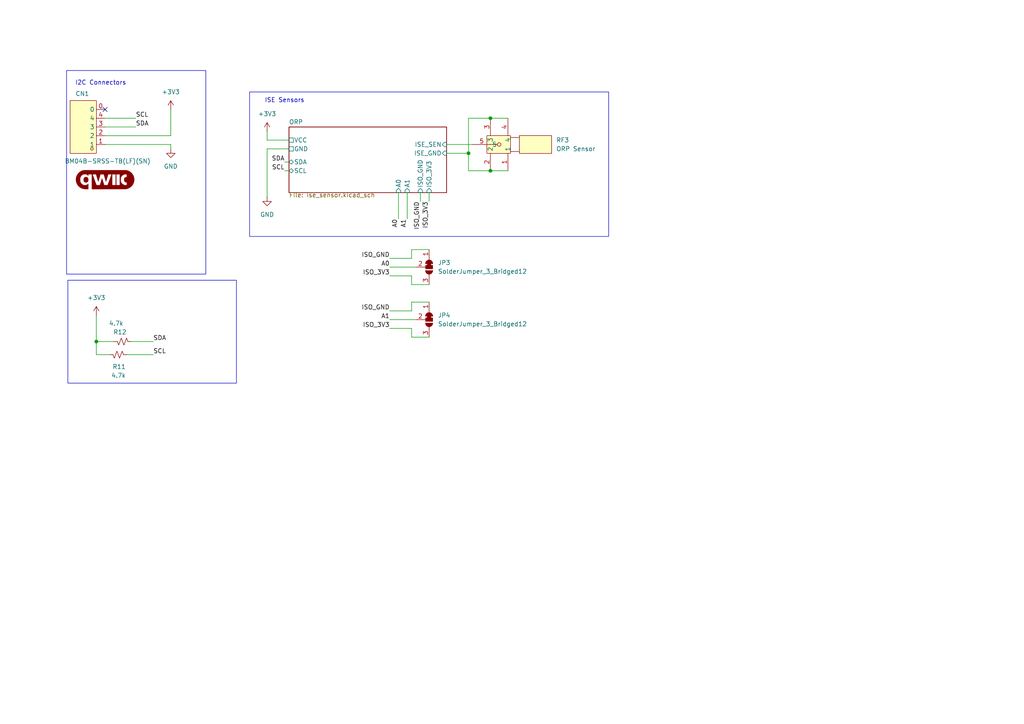
<source format=kicad_sch>
(kicad_sch (version 20250114) (generator "eeschema") (generator_version "9.0")
  (paper "A4")
  (lib_symbols
    (symbol "Device:R_Small_US" (pin_numbers (hide yes)) (pin_names (offset 0.254) (hide yes))
      (property "Reference" "R" (at 0.762 0.508 0))
      (property "Value" "R_Small_US" (at 0.762 -1.016 0))
      (symbol "R_Small_US_1_1"
        (polyline (pts (xy 0 1.524) (xy 1.016 1.143) (xy 0 0.762) (xy -1.016 0.381) (xy 0 0)))
        (polyline (pts (xy 0 0) (xy 1.016 -0.381) (xy 0 -0.762) (xy -1.016 -1.143) (xy 0 -1.524)))
        (pin passive line (at 0 2.54 270) (length 1.016) (name "~") (number "1"))
        (pin passive line (at 0 -2.54 90) (length 1.016) (name "~") (number "2"))
      )
    )
    (symbol "EasyEDA:BM04B-SRSS-TB(LF)(SN)"
      (property "Reference" "CN" (at 0 10.16 0))
      (property "Value" "BM04B-SRSS-TB(LF)(SN)" (at 0 -10.16 0))
      (symbol "BM04B-SRSS-TB(LF)(SN)_0_1"
        (rectangle (start -2.54 7.62) (end 5.08 -7.62) (fill (type background)))
        (circle (center -1.27 6.35) (radius 0.38))
        (pin unspecified line (at -5.08 5.08 0) (length 2.54) (name "1") (number "1"))
        (pin unspecified line (at -5.08 2.54 0) (length 2.54) (name "2") (number "2"))
        (pin unspecified line (at -5.08 0 0) (length 2.54) (name "3") (number "3"))
        (pin unspecified line (at -5.08 -2.54 0) (length 2.54) (name "4") (number "4"))
        (pin unspecified line (at -5.08 -5.08 0) (length 2.54) (name "0") (number "0"))
      )
    )
    (symbol "EasyEDA:DOSIN-801-0050"
      (property "Reference" "RF" (at 0 12.7 0))
      (property "Value" "DOSIN-801-0050" (at 0 -12.7 0))
      (symbol "DOSIN-801-0050_0_1"
        (rectangle (start -12.7 2.54) (end -3.3 -2.54) (fill (type background)))
        (polyline (pts (xy -3.3 2.03) (xy -0.76 2.03)))
        (polyline (pts (xy -3.3 -2.03) (xy -0.76 -2.03)))
        (rectangle (start -0.76 2.54) (end 6.1 -2.54) (fill (type background)))
        (circle (center 2.54 0) (radius 0.51))
        (polyline (pts (xy 3.05 0) (xy 5.08 0)))
        (pin unspecified line (at 0 7.62 270) (length 5.08) (name "1") (number "1"))
        (pin unspecified line (at 0 -7.62 90) (length 5.08) (name "4") (number "4"))
        (pin unspecified line (at 5.08 7.62 270) (length 5.08) (name "2") (number "2"))
        (pin unspecified line (at 5.08 -7.62 90) (length 5.08) (name "3") (number "3"))
        (pin unspecified line (at 10.16 0 180) (length 5.08) (name "5") (number "5"))
      )
    )
    (symbol "Jumper:SolderJumper_3_Bridged12" (pin_names (offset 0) (hide yes)) (exclude_from_sim yes) (in_bom no)
      (property "Reference" "JP" (at -2.54 -2.54 0))
      (property "Value" "SolderJumper_3_Bridged12" (at 0 2.794 0))
      (symbol "SolderJumper_3_Bridged12_0_1"
        (polyline (pts (xy -2.54 0) (xy -2.032 0)))
        (polyline (pts (xy -1.016 1.016) (xy -1.016 -1.016)))
        (rectangle (start -1.016 0.508) (end -0.508 -0.508) (fill (type outline)))
        (arc (start -1.016 -1.016) (mid -2.0276 0) (end -1.016 1.016))
        (arc (start -1.016 -1.016) (mid -2.0276 0) (end -1.016 1.016) (fill (type outline)))
        (rectangle (start -0.508 1.016) (end 0.508 -1.016) (fill (type outline)))
        (polyline (pts (xy 0 -1.27) (xy 0 -1.016)))
        (arc (start 1.016 1.016) (mid 2.0276 0) (end 1.016 -1.016))
        (arc (start 1.016 1.016) (mid 2.0276 0) (end 1.016 -1.016) (fill (type outline)))
        (polyline (pts (xy 1.016 1.016) (xy 1.016 -1.016)))
        (polyline (pts (xy 2.54 0) (xy 2.032 0)))
      )
      (symbol "SolderJumper_3_Bridged12_1_1"
        (pin passive line (at -5.08 0 0) (length 2.54) (name "A") (number "1"))
        (pin passive line (at 0 -3.81 90) (length 2.54) (name "C") (number "2"))
        (pin passive line (at 5.08 0 180) (length 2.54) (name "B") (number "3"))
      )
    )
    (symbol "SparkFun-Qwiic:qwiic_Logo" (pin_names (offset 1.016)) (on_board no)
      (symbol "qwiic_Logo_0_0"
        (polyline (pts (xy -5.4327 -0.8446) (xy -5.2808 -0.8039) (xy -5.1544 -0.733) (xy -5.0492 -0.629) (xy -4.9612 -0.4891) (xy -4.9388 -0.4442) (xy -4.9077 -0.3735) (xy -4.8888 -0.3096) (xy -4.878 -0.2364) (xy -4.8713 -0.1381) (xy -4.8691 -0.0268) (xy -4.8861 0.154) (xy -4.9313 0.3092) (xy -5.006 0.4432) (xy -5.1118 0.5598) (xy -5.1427 0.5863) (xy -5.261 0.6623) (xy -5.3915 0.7052) (xy -5.544 0.7187) (xy -5.5765 0.7181) (xy -5.7259 0.6986) (xy -5.8545 0.6485) (xy -5.9707 0.5648) (xy -6.0239 0.5125) (xy -6.1186 0.3839) (xy -6.1815 0.2359) (xy -6.2139 0.0648) (xy -6.2171 -0.1327) (xy -6.208 -0.2303) (xy -6.1669 -0.4073) (xy -6.0959 -0.5571) (xy -5.9957 -0.6791) (xy -5.8667 -0.7722) (xy -5.7097 -0.8355) (xy -5.6837 -0.8418) (xy -5.5963 -0.8532) (xy -5.5114 -0.8538) (xy -5.4327 -0.8446)) (stroke (width 0.01)) (fill (type outline)))
        (polyline (pts (xy 1.114 -2.7667) (xy 6.0472 -2.7606) (xy 6.2463 -2.7148) (xy 6.337 -2.6928) (xy 6.6505 -2.5964) (xy 6.9363 -2.4737) (xy 7.1992 -2.3218) (xy 7.4443 -2.1381) (xy 7.6763 -1.9197) (xy 7.765 -1.8236) (xy 7.9726 -1.5605) (xy 8.1416 -1.2836) (xy 8.2724 -0.992) (xy 8.3654 -0.6847) (xy 8.4209 -0.3609) (xy 8.4393 -0.0196) (xy 8.4383 0.0655) (xy 8.4145 0.3752) (xy 8.3579 0.6676) (xy 8.2664 0.9511) (xy 8.138 1.234) (xy 8.0972 1.3103) (xy 7.9176 1.5925) (xy 7.7084 1.847) (xy 7.4711 2.0726) (xy 7.2073 2.2681) (xy 6.9187 2.4323) (xy 6.6067 2.5639) (xy 6.273 2.6617) (xy 6.2589 2.6648) (xy 6.2405 2.6684) (xy 6.2191 2.6716) (xy 6.1933 2.6747) (xy 6.1617 2.6775) (xy 6.1229 2.6801) (xy 6.0753 2.6825) (xy 6.0178 2.6847) (xy 5.9488 2.6867) (xy 5.8669 2.6886) (xy 5.7707 2.6902) (xy 5.6588 2.6917) (xy 5.5298 2.693) (xy 5.3823 2.6942) (xy 5.2149 2.6953) (xy 5.0261 2.6962) (xy 4.8146 2.697) (xy 4.579 2.6977) (xy 4.3178 2.6982) (xy 4.0296 2.6987) (xy 3.7131 2.6991) (xy 3.3667 2.6994) (xy 2.9892 2.6997) (xy 2.579 2.6999) (xy 2.1348 2.7) (xy 1.6552 2.7001) (xy 1.1388 2.7001) (xy 0.5841 2.7001) (xy -0.0102 2.7001) (xy -6.1292 2.7001) (xy -6.3505 2.644) (xy -6.4841 2.607) (xy -6.7964 2.4938) (xy -7.0847 2.3484) (xy -7.3523 2.1691) (xy -7.6022 1.9541) (xy -7.8228 1.7179) (xy -8.0199 1.4516) (xy -8.1801 1.1677) (xy -8.3036 0.8654) (xy -8.3907 0.5442) (xy -8.4419 0.2033) (xy -8.4512 -0.0999) (xy -8.4229 -0.4124) (xy -8.358 -0.7268) (xy -8.2573 -1.037) (xy -8.2016 -1.1697) (xy -8.0521 -1.4517) (xy -7.87 -1.7127) (xy -7.6584 -1.9504) (xy -7.4205 -2.1625) (xy -7.1593 -2.3467) (xy -6.878 -2.5006) (xy -6.5797 -2.6219) (xy -6.2674 -2.7084) (xy -5.9444 -2.7576) (xy -5.922 -2.759) (xy -5.8567 -2.7613) (xy -5.7613 -2.7635) (xy -5.6429 -2.7656) (xy -5.5083 -2.7673) (xy -5.3644 -2.7686) (xy -4.8664 -2.772) (xy -4.8664 -2.0042) (xy -4.8664 -1.2363) (xy -4.988 -1.3553) (xy -5.0139 -1.3798) (xy -5.1784 -1.503) (xy -5.3644 -1.5917) (xy -5.5706 -1.6453) (xy -5.7956 -1.6632) (xy -6.0087 -1.6503) (xy -6.2442 -1.6015) (xy -6.468 -1.5153) (xy -6.6423 -1.4122) (xy -6.8101 -1.2696) (xy -6.9545 -1.0983) (xy -7.0706 -0.9035) (xy -7.1159 -0.8066) (xy -7.1662 -0.6802) (xy -7.2032 -0.5549) (xy -7.2309 -0.4168) (xy -7.2531 -0.2517) (xy -7.2645 -0.0773) (xy -7.2559 0.1553) (xy -7.2228 0.3848) (xy -7.1667 0.6002) (xy -7.0895 0.7905) (xy -6.9738 0.984) (xy -6.8224 1.164) (xy -6.645 1.3131) (xy -6.4435 1.4296) (xy -6.2198 1.512) (xy -6.2168 1.5128) (xy -6.0991 1.5354) (xy -5.9587 1.5479) (xy -5.8081 1.5506) (xy -5.6599 1.5435) (xy -5.5266 1.5269) (xy -5.4208 1.5009) (xy -5.3121 1.4578) (xy -5.1345 1.3582) (xy -4.9742 1.2256) (xy -4.8664 1.1205) (xy -4.8664 1.32) (xy -4.8664 1.5195) (xy -4.3428 1.5195) (xy -3.8192 1.5195) (xy -3.8192 1.5092) (xy -3.651 1.5092) (xy -3.1359 1.5147) (xy -3.0732 1.5153) (xy -2.9054 1.5158) (xy -2.7765 1.5144) (xy -2.6848 1.5109) (xy -2.6289 1.5054) (xy -2.607 1.4977) (xy -2.6049 1.4928) (xy -2.5923 1.4545) (xy -2.5697 1.3821) (xy -2.5383 1.2793) (xy -2.4992 1.1497) (xy -2.4535 0.9973) (xy -2.4024 0.8257) (xy -2.3469 0.6386) (xy -2.2883 0.4399) (xy -2.2626 0.353) (xy -2.2055 0.1609) (xy -2.152 -0.0169) (xy -2.1032 -0.1766) (xy -2.0604 -0.3147) (xy -2.0246 -0.4277) (xy -1.9968 -0.512) (xy -1.9783 -0.564) (xy -1.9702 -0.5801) (xy -1.9654 -0.5681) (xy -1.9499 -0.5201) (xy -1.9252 -0.4397) (xy -1.8924 -0.3308) (xy -1.8529 -0.1975) (xy -1.8079 -0.0439) (xy -1.7584 0.1259) (xy -1.7059 0.308) (xy -1.6754 0.4138) (xy -1.6217 0.6001) (xy -1.5705 0.7774) (xy -1.5233 0.9405) (xy -1.4815 1.0844) (xy -1.4467 1.2041) (xy -1.4202 1.2945) (xy -1.4037 1.3504) (xy -1.3525 1.5202) (xy -0.8571 1.5147) (xy -0.3617 1.5092) (xy -0.2632 1.1704) (xy -0.2457 1.1103) (xy -0.1592 0.8126) (xy -0.0832 0.5516) (xy -0.017 0.325) (xy 0.04 0.1304) (xy 0.0886 -0.0344) (xy 0.1296 -0.1717) (xy 0.1636 -0.2838) (xy 0.1915 -0.3731) (xy 0.2138 -0.4419) (xy 0.2315 -0.4925) (xy 0.2451 -0.5272) (xy 0.2555 -0.5482) (xy 0.2633 -0.558) (xy 0.2693 -0.5588) (xy 0.2742 -0.5529) (xy 0.2787 -0.5426) (xy 0.2801 -0.5389) (xy 0.2928 -0.4995) (xy 0.3157 -0.4255) (xy 0.3473 -0.3211) (xy 0.3867 -0.1902) (xy 0.4325 -0.0368) (xy 0.4835 0.1352) (xy 0.5386 0.3216) (xy 0.5966 0.5185) (xy 0.8908 1.5195) (xy 1.3899 1.5195) (xy 1.4919 1.5192) (xy 1.6201 1.518) (xy 1.7294 1.5159) (xy 1.8144 1.5132) (xy 1.8695 1.5099) (xy 1.8891 1.5062) (xy 1.8878 1.5017) (xy 1.8751 1.465) (xy 1.8498 1.3939) (xy 1.8129 1.2913) (xy 1.7656 1.1601) (xy 1.7087 1.0033) (xy 1.6435 0.8236) (xy 1.5709 0.6241) (xy 1.4919 0.4076) (xy 1.4078 0.1771) (xy 1.3194 -0.0646) (xy 0.7498 -1.6222) (xy 2.0329 -1.6222) (xy 2.0329 -0.0513) (xy 2.0329 1.5195) (xy 2.5462 1.5195) (xy 3.0595 1.5195) (xy 3.0595 -0.0513) (xy 3.0595 -1.6222) (xy 3.2649 -1.6222) (xy 3.2649 -0.0513) (xy 3.2649 1.5195) (xy 3.7782 1.5195) (xy 4.2916 1.5195) (xy 4.2916 -0.0513) (xy 4.2916 -0.0616) (xy 4.5072 -0.0616) (xy 4.51 0.109) (xy 4.5206 0.2597) (xy 4.5412 0.3904) (xy 4.5742 0.5118) (xy 4.6219 0.6344) (xy 4.6865 0.7688) (xy 4.7189 0.8272) (xy 4.8331 0.9884) (xy 4.9744 1.1395) (xy 5.1327 1.2705) (xy 5.2977 1.3713) (xy 5.3343 1.3892) (xy 5.5052 1.4608) (xy 5.6736 1.5089) (xy 5.8531 1.5366) (xy 6.0574 1.547) (xy 6.3141 1.5503) (xy 6.3197 1.1242) (xy 6.3252 0.6981) (xy 6.1657 0.6977) (xy 6.0758 0.6938) (xy 5.9577 0.6711) (xy 5.8554 0.6239) (xy 5.7556 0.5473) (xy 5.6613 0.4359) (xy 5.592 0.2991) (xy 5.5481 0.1445) (xy 5.53 -0.0204) (xy 5.5379 -0.188) (xy 5.572 -0.3512) (xy 5.6325 -0.5023) (xy 5.7197 -0.634) (xy 5.7811 -0.6969) (xy 5.8788 -0.7612) (xy 5.9969 -0.8003) (xy 6.1437 -0.8177) (xy 6.3252 -0.8264) (xy 6.3197 -1.2397) (xy 6.3141 -1.653) (xy 6.119 -1.6559) (xy 6.0236 -1.6559) (xy 5.821 -1.6423) (xy 5.6365 -1.6074) (xy 5.4566 -1.5482) (xy 5.2677 -1.4615) (xy 5.1266 -1.3784) (xy 4.9456 -1.2329) (xy 4.7938 -1.0591) (xy 4.6732 -0.8591) (xy 4.6423 -0.7948) (xy 4.5921 -0.6805) (xy 4.5558 -0.5768) (xy 4.5314 -0.4734) (xy 4.5165 -0.3599) (xy 4.5092 -0.2261) (xy 4.5072 -0.0616) (xy 4.2916 -0.0616) (xy 4.2916 -1.6222) (xy 3.7782 -1.6222) (xy 3.2649 -1.6222) (xy 3.0595 -1.6222) (xy 2.5462 -1.6222) (xy 2.0329 -1.6222) (xy 0.7498 -1.6222) (xy 0.2363 -1.6221) (xy -0.2772 -1.6221) (xy -0.5736 -0.6568) (xy -0.583 -0.626) (xy -0.6413 -0.4378) (xy -0.696 -0.2633) (xy -0.746 -0.106) (xy -0.7901 0.0304) (xy -0.8272 0.1421) (xy -0.8559 0.2255) (xy -0.8751 0.277) (xy -0.8836 0.2929) (xy -0.8838 0.2926) (xy -0.8932 0.2679) (xy -0.9134 0.208) (xy -0.9431 0.1169) (xy -0.9811 -0.0016) (xy -1.0262 -0.1436) (xy -1.0771 -0.3054) (xy -1.1326 -0.483) (xy -1.1916 -0.6725) (xy -1.4859 -1.6222) (xy -2.0006 -1.6218) (xy -2.5153 -1.6215) (xy -3.0831 -0.0561) (xy -3.651 1.5092) (xy -3.8192 1.5092) (xy -3.8192 -0.6267) (xy -3.8192 -2.7729) (xy 1.114 -2.7667)) (stroke (width 0.01)) (fill (type outline)))
      )
    )
    (symbol "power:+3.3V" (power) (pin_numbers (hide yes)) (pin_names (offset 0) (hide yes))
      (property "Value" "+3.3V" (at 0 3.556 0))
      (symbol "+3.3V_0_1"
        (polyline (pts (xy -0.762 1.27) (xy 0 2.54)))
        (polyline (pts (xy 0 2.54) (xy 0.762 1.27)))
        (polyline (pts (xy 0 0) (xy 0 2.54)))
      )
      (symbol "+3.3V_1_1"
        (pin power_in line (at 0 0 90) (length 0) (name "~") (number "1"))
      )
    )
    (symbol "power:GND" (power) (pin_numbers (hide yes)) (pin_names (offset 0) (hide yes))
      (property "Value" "GND" (at 0 -3.81 0))
      (symbol "GND_0_1"
        (polyline (pts (xy 0 0) (xy 0 -1.27) (xy 1.27 -1.27) (xy 0 -2.54) (xy -1.27 -1.27) (xy 0 -1.27)))
      )
      (symbol "GND_1_1"
        (pin power_in line (at 0 0 270) (length 0) (name "~") (number "1"))
      )
    )
  )
  (rectangle (start 19.304 20.447) (end 59.69 79.502))
  (rectangle (start 72.39 26.67) (end 176.53 68.58))
  (rectangle (start 19.685 81.28) (end 68.58 111.125))
  (text "ISE Sensors" (at 82.55 29.21 0) (effects (font (size 1.27 1.27))))
  (text "I2C Connectors" (at 29.21 24.13 0) (effects (font (size 1.27 1.27))))
  (junction (at 27.94 99.06))
  (junction (at 142.24 49.53))
  (junction (at 142.24 34.29))
  (junction (at 135.89 44.45))
  (no_connect (at 30.48 31.75))
  (wire (pts (xy 30.48 36.83) (xy 39.37 36.83)))
  (wire (pts (xy 49.53 41.91) (xy 49.53 43.18)))
  (wire (pts (xy 30.48 34.29) (xy 39.37 34.29)))
  (wire (pts (xy 77.47 38.1) (xy 77.47 40.64)))
  (wire (pts (xy 119.38 97.79) (xy 119.38 95.25)))
  (wire (pts (xy 38.1 99.06) (xy 44.45 99.06)))
  (wire (pts (xy 77.47 57.15) (xy 77.47 43.18)))
  (wire (pts (xy 135.89 44.45) (xy 129.54 44.45)))
  (wire (pts (xy 49.53 39.37) (xy 30.48 39.37)))
  (wire (pts (xy 77.47 40.64) (xy 83.82 40.64)))
  (wire (pts (xy 135.89 49.53) (xy 135.89 44.45)))
  (wire (pts (xy 113.03 80.01) (xy 119.38 80.01)))
  (wire (pts (xy 113.03 92.71) (xy 120.65 92.71)))
  (wire (pts (xy 129.54 41.91) (xy 137.16 41.91)))
  (wire (pts (xy 135.89 34.29) (xy 135.89 44.45)))
  (wire (pts (xy 142.24 49.53) (xy 135.89 49.53)))
  (wire (pts (xy 27.94 99.06) (xy 27.94 102.87)))
  (wire (pts (xy 113.03 77.47) (xy 120.65 77.47)))
  (wire (pts (xy 118.11 55.88) (xy 118.11 63.5)))
  (wire (pts (xy 119.38 82.55) (xy 119.38 80.01)))
  (wire (pts (xy 113.03 90.17) (xy 119.38 90.17)))
  (wire (pts (xy 82.55 46.99) (xy 83.82 46.99)))
  (wire (pts (xy 142.24 34.29) (xy 147.32 34.29)))
  (wire (pts (xy 124.46 55.88) (xy 124.46 58.42)))
  (wire (pts (xy 124.46 97.79) (xy 119.38 97.79)))
  (wire (pts (xy 142.24 34.29) (xy 135.89 34.29)))
  (wire (pts (xy 142.24 49.53) (xy 147.32 49.53)))
  (wire (pts (xy 119.38 87.63) (xy 119.38 90.17)))
  (wire (pts (xy 27.94 91.44) (xy 27.94 99.06)))
  (wire (pts (xy 27.94 102.87) (xy 31.75 102.87)))
  (wire (pts (xy 77.47 43.18) (xy 83.82 43.18)))
  (wire (pts (xy 82.55 49.53) (xy 83.82 49.53)))
  (wire (pts (xy 49.53 31.75) (xy 49.53 39.37)))
  (wire (pts (xy 30.48 41.91) (xy 49.53 41.91)))
  (wire (pts (xy 36.83 102.87) (xy 44.45 102.87)))
  (wire (pts (xy 119.38 72.39) (xy 119.38 74.93)))
  (wire (pts (xy 124.46 82.55) (xy 119.38 82.55)))
  (wire (pts (xy 113.03 95.25) (xy 119.38 95.25)))
  (wire (pts (xy 124.46 87.63) (xy 119.38 87.63)))
  (wire (pts (xy 121.92 55.88) (xy 121.92 58.42)))
  (wire (pts (xy 124.46 72.39) (xy 119.38 72.39)))
  (wire (pts (xy 115.57 55.88) (xy 115.57 63.5)))
  (wire (pts (xy 27.94 99.06) (xy 33.02 99.06)))
  (wire (pts (xy 113.03 74.93) (xy 119.38 74.93)))
  (label "A0" (at 115.57 63.5 270))
  (label "SDA" (at 44.45 99.06 0))
  (label "SCL" (at 82.55 49.53 180))
  (label "ISO_GND" (at 113.03 90.17 180))
  (label "ISO_3V3" (at 124.46 58.42 270))
  (label "ISO_GND" (at 113.03 74.93 180))
  (label "SDA" (at 82.55 46.99 180))
  (label "SCL" (at 44.45 102.87 0))
  (label "A1" (at 113.03 92.71 180))
  (label "ISO_GND" (at 121.92 58.42 270))
  (label "ISO_3V3" (at 113.03 80.01 180))
  (label "SCL" (at 39.37 34.29 0))
  (label "A0" (at 113.03 77.47 180))
  (label "SDA" (at 39.37 36.83 0))
  (label "A1" (at 118.11 63.5 270))
  (label "ISO_3V3" (at 113.03 95.25 180))
  (symbol (lib_id "power:+3.3V") (at 77.47 38.1 0) (unit 1)
    (property "Reference" "#PWR0113" (effects (hide yes)))
    (property "Value" "+3V3" (at 77.47 33.02 0))
    (property "Description" "Power symbol creates a global label with name \"+3.3V\"" (effects (hide yes)))
  )
  (symbol (lib_id "Device:R_Small_US") (at 34.29 102.87 90) (mirror x) (unit 1)
    (property "Reference" "R11" (at 36.5125 106.3624 90) (effects (justify left)))
    (property "Value" "4.7k" (at 36.5125 108.9024 90) (effects (justify left)))
    (property "Footprint" "Resistor_SMD:R_0402_1005Metric" (effects (hide yes)))
    (property "Description" "Resistor, small US symbol" (effects (hide yes)))
    (property "MPN" "4.7k 0201" (effects (hide yes)))
  )
  (symbol (lib_id "EasyEDA:BM04B-SRSS-TB(LF)(SN)") (at 25.4 36.83 180) (unit 1)
    (property "Reference" "CN1" (at 23.876 27.178 0))
    (property "Value" "BM04B-SRSS-TB(LF)(SN)" (at 31.242 46.736 0))
    (property "Footprint" "EasyEDA:CONN-SMD_BM04B-SRSS-TB" (effects (hide yes)))
    (property "Datasheet" "https://lcsc.com/product-detail/Others_JST-Sales-America__JST-Sales-America-BM04B-SRSS-TB-LF-SN_C160390.html" (effects (hide yes)))
    (property "LCSC Part" "C160390" (effects (hide yes)))
  )
  (symbol (lib_id "EasyEDA:DOSIN-801-0050") (at 147.32 41.91 180) (unit 1)
    (property "Reference" "RF3" (at 161.29 40.6399 0) (effects (justify right)))
    (property "Value" "ORP Sensor" (at 161.29 43.1799 0) (effects (justify right)))
    (property "Footprint" "EasyEDA:BNC-TH_DOSIN-801-0051" (effects (hide yes)))
    (property "Datasheet" "https://lcsc.com/product-detail/RF-Connectors-Coaxial-Connectors_dosinconn-DOSIN-801-0050_C521210.html" (effects (hide yes)))
    (property "LCSC Part" "C521210" (effects (hide yes)))
  )
  (symbol (lib_id "power:GND") (at 77.47 57.15 0) (unit 1)
    (property "Reference" "#PWR0112" (effects (hide yes)))
    (property "Value" "GND" (at 77.47 62.23 0))
    (property "Description" "Power symbol creates a global label with name \"GND\" , ground" (effects (hide yes)))
  )
  (symbol (lib_id "SparkFun-Qwiic:qwiic_Logo") (at 30.48 52.07 0) (unit 1) (on_board no)
    (property "Reference" "G1" (effects (hide yes)))
    (property "Value" "qwiic_Logo" (effects (hide yes)))
  )
  (symbol (lib_id "Device:R_Small_US") (at 35.56 99.06 270) (mirror x) (unit 1)
    (property "Reference" "R12" (at 32.8295 96.3295 90) (effects (justify left)))
    (property "Value" "4.7k" (at 31.5595 93.7895 90) (effects (justify left)))
    (property "Footprint" "Resistor_SMD:R_0402_1005Metric" (effects (hide yes)))
    (property "Description" "Resistor, small US symbol" (effects (hide yes)))
    (property "MPN" "4.7k 0201" (effects (hide yes)))
  )
  (symbol (lib_id "power:+3.3V") (at 27.94 91.44 0) (unit 1)
    (property "Reference" "#PWR0115" (effects (hide yes)))
    (property "Value" "+3V3" (at 27.94 86.36 0))
    (property "Description" "Power symbol creates a global label with name \"+3.3V\"" (effects (hide yes)))
  )
  (symbol (lib_id "power:+3.3V") (at 49.53 31.75 0) (unit 1)
    (property "Reference" "#PWR0114" (effects (hide yes)))
    (property "Value" "+3V3" (at 49.53 26.67 0))
    (property "Description" "Power symbol creates a global label with name \"+3.3V\"" (effects (hide yes)))
  )
  (symbol (lib_id "Jumper:SolderJumper_3_Bridged12") (at 124.46 92.71 270) (unit 1) (exclude_from_sim yes) (in_bom no)
    (property "Reference" "JP4" (at 127 91.4399 90) (effects (justify left)))
    (property "Value" "SolderJumper_3_Bridged12" (at 127 93.9799 90) (effects (justify left)))
    (property "Footprint" "Jumper:SolderJumper-3_P1.3mm_Bridged12_RoundedPad1.0x1.5mm" (effects (hide yes)))
    (property "Description" "3-pole Solder Jumper, pins 1+2 closed/bridged" (effects (hide yes)))
  )
  (symbol (lib_id "Jumper:SolderJumper_3_Bridged12") (at 124.46 77.47 270) (unit 1) (exclude_from_sim yes) (in_bom no)
    (property "Reference" "JP3" (at 127 76.1999 90) (effects (justify left)))
    (property "Value" "SolderJumper_3_Bridged12" (at 127 78.7399 90) (effects (justify left)))
    (property "Footprint" "Jumper:SolderJumper-3_P1.3mm_Bridged12_RoundedPad1.0x1.5mm" (effects (hide yes)))
    (property "Description" "3-pole Solder Jumper, pins 1+2 closed/bridged" (effects (hide yes)))
  )
  (symbol (lib_id "power:GND") (at 49.53 43.18 0) (unit 1)
    (property "Reference" "#PWR02" (effects (hide yes)))
    (property "Value" "GND" (at 49.53 48.26 0))
    (property "Description" "Power symbol creates a global label with name \"GND\" , ground" (effects (hide yes)))
  )
  (sheet (at 83.82 36.83) (size 45.72 19.05) (stroke (width 0.1524))
    (property "Sheetname" "ORP" (at 83.82 36.1184 0) (effects (justify left bottom)))
    (property "Sheetfile" "ise_sensor.kicad_sch" (at 83.82 55.8296 0) (effects (justify left top)))
    (pin "ISE_SEN" input (at 129.54 41.91 0))
    (pin "ISE_GND" input (at 129.54 44.45 0))
    (pin "VCC" passive (at 83.82 40.64 180))
    (pin "GND" passive (at 83.82 43.18 180))
    (pin "SDA" bidirectional (at 83.82 46.99 180))
    (pin "SCL" bidirectional (at 83.82 49.53 180))
    (pin "A0" input (at 115.57 55.88 270))
    (pin "A1" input (at 118.11 55.88 270))
    (pin "ISO_GND" input (at 121.92 55.88 270))
    (pin "ISO_3V3" input (at 124.46 55.88 270))
  )
)
</source>
